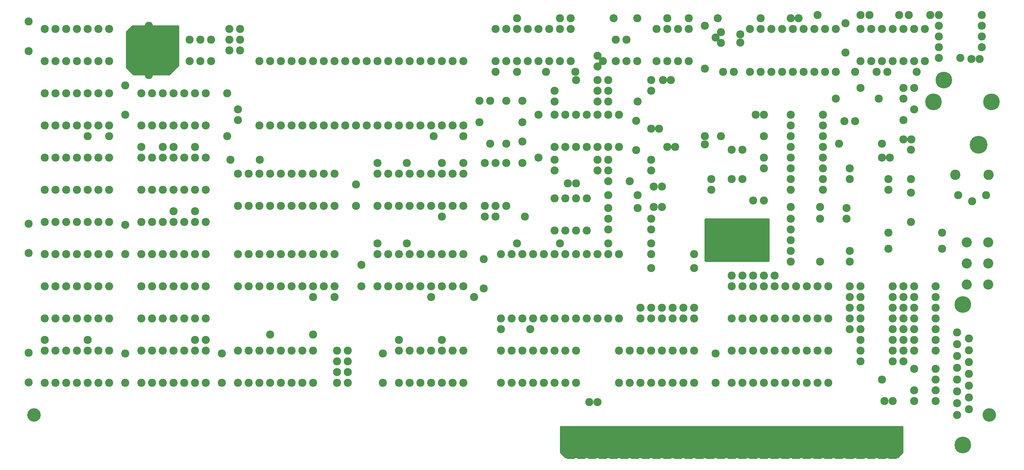
<source format=gbr>
G04 #@! TF.FileFunction,Soldermask,Top*
%FSLAX46Y46*%
G04 Gerber Fmt 4.6, Leading zero omitted, Abs format (unit mm)*
G04 Created by KiCad (PCBNEW 4.0.7) date 01/18/19 16:59:07*
%MOMM*%
%LPD*%
G01*
G04 APERTURE LIST*
%ADD10C,0.100000*%
%ADD11C,1.270000*%
%ADD12C,0.635000*%
%ADD13C,1.924000*%
%ADD14R,1.924000X7.258000*%
%ADD15C,4.845000*%
%ADD16C,4.210000*%
%ADD17C,2.400000*%
%ADD18C,3.956000*%
%ADD19C,3.194000*%
%ADD20C,2.432000*%
%ADD21C,0.254000*%
G04 APERTURE END LIST*
D10*
D11*
X189992000Y-82042000D02*
X203708000Y-82042000D01*
X189992000Y-81026000D02*
X203708000Y-81026000D01*
X189992000Y-80010000D02*
X203708000Y-80010000D01*
X189992000Y-78994000D02*
X203708000Y-78994000D01*
X189992000Y-77978000D02*
X203708000Y-77978000D01*
X189992000Y-76962000D02*
X203708000Y-76962000D01*
X189992000Y-75946000D02*
X203708000Y-75946000D01*
X189992000Y-74930000D02*
X203708000Y-74930000D01*
X189992000Y-73914000D02*
X203708000Y-73914000D01*
D12*
X204216000Y-73152000D02*
X204216000Y-82804000D01*
X189484000Y-73152000D02*
X204216000Y-73152000D01*
X189484000Y-82804000D02*
X189484000Y-73152000D01*
X204216000Y-82804000D02*
X189484000Y-82804000D01*
D11*
X64008000Y-36068000D02*
X64008000Y-27940000D01*
X63246000Y-37338000D02*
X63246000Y-27940000D01*
X62230000Y-38100000D02*
X62230000Y-27940000D01*
X61214000Y-38100000D02*
X61214000Y-27940000D01*
X60198000Y-38100000D02*
X60198000Y-27940000D01*
X59182000Y-38100000D02*
X59182000Y-27940000D01*
X58166000Y-38100000D02*
X58166000Y-27940000D01*
X57150000Y-38100000D02*
X57150000Y-27940000D01*
X56134000Y-38100000D02*
X56134000Y-27940000D01*
X55118000Y-38100000D02*
X55118000Y-27940000D01*
X54102000Y-27940000D02*
X54102000Y-37846000D01*
X53340000Y-37084000D02*
X53340000Y-28702000D01*
D12*
X54102000Y-38608000D02*
X52578000Y-37084000D01*
X62484000Y-38608000D02*
X54102000Y-38608000D01*
X64516000Y-36576000D02*
X62484000Y-38608000D01*
X64516000Y-27432000D02*
X64516000Y-36576000D01*
X64262000Y-27432000D02*
X64516000Y-27432000D01*
X53848000Y-27432000D02*
X64262000Y-27432000D01*
X52578000Y-28702000D02*
X53848000Y-27432000D01*
X52578000Y-28702000D02*
X52578000Y-37084000D01*
D13*
X177165000Y-70104000D03*
X179070000Y-70104000D03*
X203200000Y-48260000D03*
X201295000Y-48260000D03*
X189230000Y-53340000D03*
X189230000Y-55245000D03*
X203200000Y-58420000D03*
X203200000Y-60960000D03*
X190754000Y-63500000D03*
X190754000Y-66040000D03*
X198120000Y-63500000D03*
X198120000Y-56515000D03*
X195580000Y-63500000D03*
X195580000Y-56515000D03*
X203200000Y-68580000D03*
X200660000Y-68580000D03*
X209550000Y-70104000D03*
X216535000Y-70104000D03*
X237998000Y-66675000D03*
X237998000Y-73660000D03*
X237998000Y-63500000D03*
X237998000Y-56515000D03*
X232664000Y-63500000D03*
X232664000Y-66040000D03*
X223520000Y-60960000D03*
X223520000Y-63500000D03*
X231140000Y-58420000D03*
X233045000Y-58420000D03*
X236220000Y-54102000D03*
X238125000Y-54102000D03*
X222250000Y-49784000D03*
X224790000Y-49784000D03*
X209550000Y-83058000D03*
X216535000Y-83058000D03*
X223520000Y-80518000D03*
X223520000Y-83058000D03*
X222758000Y-72898000D03*
X222758000Y-70358000D03*
X209550000Y-72898000D03*
X216535000Y-72898000D03*
X243840000Y-88900000D03*
X238760000Y-88900000D03*
X243840000Y-91440000D03*
X238760000Y-91440000D03*
X243840000Y-93980000D03*
X238760000Y-93980000D03*
X243840000Y-96520000D03*
X238760000Y-96520000D03*
X243840000Y-99060000D03*
X238760000Y-99060000D03*
X243840000Y-101600000D03*
X238760000Y-101600000D03*
X243840000Y-104140000D03*
X238760000Y-104140000D03*
X243840000Y-108458000D03*
X238760000Y-108458000D03*
X243840000Y-113538000D03*
X238760000Y-113538000D03*
X243840000Y-116078000D03*
X238760000Y-116078000D03*
X254254000Y-35052000D03*
X252349000Y-35052000D03*
X244602000Y-34798000D03*
X249682000Y-34798000D03*
X237490000Y-24638000D03*
X242570000Y-24638000D03*
X228219000Y-24638000D03*
X235204000Y-24638000D03*
X232410000Y-38100000D03*
X239395000Y-38100000D03*
X229870000Y-38100000D03*
X224790000Y-38100000D03*
X238760000Y-41910000D03*
X238760000Y-46990000D03*
X236220000Y-49530000D03*
X236220000Y-44450000D03*
X211455000Y-25400000D03*
X209550000Y-25400000D03*
X197612000Y-29210000D03*
X197612000Y-31115000D03*
X193548000Y-38100000D03*
X196088000Y-38100000D03*
X180340000Y-25400000D03*
X185420000Y-25400000D03*
X179324000Y-40005000D03*
X181229000Y-40005000D03*
X176530000Y-51562000D03*
X178435000Y-51562000D03*
X180340000Y-55880000D03*
X182245000Y-55880000D03*
X177165000Y-65278000D03*
X179070000Y-65278000D03*
X166370000Y-70358000D03*
X173355000Y-70358000D03*
X166370000Y-67310000D03*
X173355000Y-67310000D03*
X171450000Y-64008000D03*
X166370000Y-64008000D03*
X166370000Y-45085000D03*
X173355000Y-45085000D03*
X170688000Y-30480000D03*
X170688000Y-35560000D03*
X168148000Y-30480000D03*
X168148000Y-35560000D03*
X151638000Y-38100000D03*
X158623000Y-38100000D03*
X163830000Y-40005000D03*
X158750000Y-40005000D03*
X156845000Y-64516000D03*
X158750000Y-64516000D03*
X139700000Y-72390000D03*
X146685000Y-72390000D03*
X146050000Y-54610000D03*
X146050000Y-59690000D03*
X146050000Y-44958000D03*
X146050000Y-50038000D03*
X139700000Y-38100000D03*
X144780000Y-38100000D03*
X135890000Y-44958000D03*
X135890000Y-50038000D03*
X69850000Y-30480000D03*
X69850000Y-35560000D03*
X72390000Y-35560000D03*
X72390000Y-30480000D03*
X127000000Y-59690000D03*
X132080000Y-59690000D03*
X96520000Y-91440000D03*
X101600000Y-91440000D03*
X63500000Y-55880000D03*
X68580000Y-55880000D03*
X60960000Y-55880000D03*
X55880000Y-55880000D03*
X63500000Y-71120000D03*
X68580000Y-71120000D03*
X43180000Y-53340000D03*
X48260000Y-53340000D03*
X29210000Y-26162000D03*
X29210000Y-33147000D03*
X29210000Y-74041000D03*
X29210000Y-81026000D03*
X29210000Y-104648000D03*
X29210000Y-111633000D03*
X52070000Y-104775000D03*
X52070000Y-111760000D03*
X52070000Y-74295000D03*
X52070000Y-81280000D03*
X52070000Y-41275000D03*
X52070000Y-48260000D03*
X76962000Y-58928000D03*
X83947000Y-58928000D03*
X74930000Y-104775000D03*
X74930000Y-111760000D03*
X113030000Y-104775000D03*
X113030000Y-111760000D03*
X107950000Y-88900000D03*
X107950000Y-83820000D03*
X106680000Y-64770000D03*
X106680000Y-69850000D03*
X132080000Y-53340000D03*
X125095000Y-53340000D03*
X111760000Y-59690000D03*
X118745000Y-59690000D03*
X111760000Y-78740000D03*
X118745000Y-78740000D03*
X136906000Y-82423000D03*
X136906000Y-89408000D03*
X140970000Y-99060000D03*
X147955000Y-99060000D03*
X191770000Y-104775000D03*
X191770000Y-111760000D03*
X172974000Y-56642000D03*
X172974000Y-49657000D03*
X231775000Y-116078000D03*
X233680000Y-116078000D03*
X163830000Y-116332000D03*
X161925000Y-116332000D03*
X222504000Y-33528000D03*
X222504000Y-26543000D03*
X207518000Y-27940000D03*
X207518000Y-38100000D03*
X199898000Y-27940000D03*
X199898000Y-38100000D03*
X78740000Y-49530000D03*
X78740000Y-46990000D03*
X173990000Y-96520000D03*
X173990000Y-93980000D03*
X176530000Y-96520000D03*
X176530000Y-93980000D03*
X179070000Y-96520000D03*
X179070000Y-93980000D03*
X181610000Y-96520000D03*
X186690000Y-96520000D03*
X186690000Y-93980000D03*
X181610000Y-93980000D03*
X184150000Y-96520000D03*
X184150000Y-93980000D03*
X104775000Y-111760000D03*
X102235000Y-111760000D03*
X104775000Y-109220000D03*
X102235000Y-109220000D03*
X104775000Y-106680000D03*
X102235000Y-106680000D03*
X104775000Y-104140000D03*
X102235000Y-104140000D03*
D14*
X233680000Y-126111000D03*
X231140000Y-126111000D03*
X228600000Y-126111000D03*
X226060000Y-126111000D03*
X223520000Y-126111000D03*
X220980000Y-126111000D03*
X218440000Y-126111000D03*
X215900000Y-126111000D03*
X213360000Y-126111000D03*
X210820000Y-126111000D03*
X208280000Y-126111000D03*
X205740000Y-126111000D03*
X203200000Y-126111000D03*
X200660000Y-126111000D03*
X198120000Y-126111000D03*
X195580000Y-126111000D03*
X193040000Y-126111000D03*
X190500000Y-126111000D03*
X187960000Y-126111000D03*
X185420000Y-126111000D03*
X182880000Y-126111000D03*
X180340000Y-126111000D03*
X177800000Y-126111000D03*
X175260000Y-126111000D03*
X172720000Y-126111000D03*
X170180000Y-126111000D03*
X167640000Y-126111000D03*
X165100000Y-126111000D03*
X162560000Y-126111000D03*
X160020000Y-126111000D03*
X157480000Y-126111000D03*
D13*
X71120000Y-101600000D03*
X68580000Y-101600000D03*
X232664000Y-76200000D03*
X245364000Y-76200000D03*
X232664000Y-80010000D03*
X245364000Y-80010000D03*
X231140000Y-110998000D03*
X243840000Y-110998000D03*
X209550000Y-80518000D03*
X209550000Y-77978000D03*
X209550000Y-75438000D03*
D15*
X191770000Y-77978000D03*
D13*
X203200000Y-53340000D03*
X193040000Y-53340000D03*
X220980000Y-55118000D03*
X231140000Y-55118000D03*
X230378000Y-44450000D03*
X220218000Y-44450000D03*
X236220000Y-41910000D03*
X226060000Y-41910000D03*
X244602000Y-24638000D03*
X254762000Y-24638000D03*
X254762000Y-27178000D03*
X244602000Y-27178000D03*
X254762000Y-29718000D03*
X244602000Y-29718000D03*
X254762000Y-32258000D03*
X244602000Y-32258000D03*
X215900000Y-24638000D03*
X226060000Y-24638000D03*
X220218000Y-38100000D03*
X220218000Y-27940000D03*
X217678000Y-38100000D03*
X217678000Y-27940000D03*
X215138000Y-38100000D03*
X215138000Y-27940000D03*
X212598000Y-27940000D03*
X212598000Y-38100000D03*
X210058000Y-38100000D03*
X210058000Y-27940000D03*
X204978000Y-27940000D03*
X204978000Y-38100000D03*
X202438000Y-27940000D03*
X202438000Y-38100000D03*
X192278000Y-25400000D03*
X202438000Y-25400000D03*
X189230000Y-27178000D03*
X189230000Y-37338000D03*
X176530000Y-84582000D03*
X186690000Y-84582000D03*
X176530000Y-78740000D03*
X166370000Y-78740000D03*
X176530000Y-72898000D03*
X166370000Y-72898000D03*
X166370000Y-61468000D03*
X176530000Y-61468000D03*
X176530000Y-58928000D03*
X166370000Y-58928000D03*
X176530000Y-42545000D03*
X166370000Y-42545000D03*
X166370000Y-40005000D03*
X176530000Y-40005000D03*
X173228000Y-25400000D03*
X173228000Y-35560000D03*
X157480000Y-25400000D03*
X167640000Y-25400000D03*
X163830000Y-42545000D03*
X153670000Y-42545000D03*
X163830000Y-45085000D03*
X153670000Y-45085000D03*
X163830000Y-58928000D03*
X153670000Y-58928000D03*
X163830000Y-61468000D03*
X153670000Y-61468000D03*
X142240000Y-69850000D03*
X142240000Y-59690000D03*
X139700000Y-69850000D03*
X139700000Y-59690000D03*
X137160000Y-59690000D03*
X137160000Y-69850000D03*
X149860000Y-58420000D03*
X149860000Y-48260000D03*
X142240000Y-44958000D03*
X142240000Y-55118000D03*
X138430000Y-44958000D03*
X138430000Y-55118000D03*
X144780000Y-25400000D03*
X154940000Y-25400000D03*
X137160000Y-72390000D03*
X127000000Y-72390000D03*
X134620000Y-91440000D03*
X124460000Y-91440000D03*
X116840000Y-101600000D03*
X127000000Y-101600000D03*
X96520000Y-100330000D03*
X86360000Y-100330000D03*
X76200000Y-43180000D03*
X76200000Y-53340000D03*
X33020000Y-101600000D03*
X43180000Y-101600000D03*
X236220000Y-106680000D03*
X236220000Y-104140000D03*
X236220000Y-101600000D03*
X236220000Y-99060000D03*
X236220000Y-96520000D03*
X236220000Y-93980000D03*
X236220000Y-91440000D03*
X236220000Y-88900000D03*
X223520000Y-99060000D03*
X223520000Y-96520000D03*
X223520000Y-93980000D03*
X223520000Y-91440000D03*
X223520000Y-88900000D03*
X195580000Y-86360000D03*
X198120000Y-86360000D03*
X200660000Y-86360000D03*
X203200000Y-86360000D03*
X205740000Y-86360000D03*
X79248000Y-33020000D03*
X79248000Y-30480000D03*
X79248000Y-27940000D03*
X163830000Y-34290000D03*
X165100000Y-35560000D03*
X163830000Y-36830000D03*
X193040000Y-31242000D03*
X191770000Y-29972000D03*
X193040000Y-28702000D03*
X76708000Y-33020000D03*
X76708000Y-30480000D03*
X76708000Y-27940000D03*
X233680000Y-106680000D03*
X233680000Y-104140000D03*
X233680000Y-101600000D03*
X233680000Y-99060000D03*
X233680000Y-96520000D03*
X233680000Y-93980000D03*
X233680000Y-91440000D03*
X226060000Y-91440000D03*
X226060000Y-93980000D03*
X226060000Y-96520000D03*
X226060000Y-99060000D03*
X226060000Y-101600000D03*
X226060000Y-104140000D03*
X226060000Y-106680000D03*
X233680000Y-88900000D03*
X226060000Y-88900000D03*
X195580000Y-111760000D03*
X198120000Y-111760000D03*
X200660000Y-111760000D03*
X203200000Y-111760000D03*
X205740000Y-111760000D03*
X208280000Y-111760000D03*
X210820000Y-111760000D03*
X200660000Y-104140000D03*
X218440000Y-104140000D03*
X215900000Y-104140000D03*
X213360000Y-104140000D03*
X210820000Y-104140000D03*
X208280000Y-104140000D03*
X205740000Y-104140000D03*
X213360000Y-111760000D03*
X203200000Y-104140000D03*
X215900000Y-111760000D03*
X218440000Y-111760000D03*
X198120000Y-104140000D03*
X195580000Y-104140000D03*
X195580000Y-96520000D03*
X198120000Y-96520000D03*
X200660000Y-96520000D03*
X203200000Y-96520000D03*
X205740000Y-96520000D03*
X208280000Y-96520000D03*
X210820000Y-96520000D03*
X200660000Y-88900000D03*
X218440000Y-88900000D03*
X215900000Y-88900000D03*
X213360000Y-88900000D03*
X210820000Y-88900000D03*
X208280000Y-88900000D03*
X205740000Y-88900000D03*
X213360000Y-96520000D03*
X203200000Y-88900000D03*
X215900000Y-96520000D03*
X218440000Y-96520000D03*
X198120000Y-88900000D03*
X195580000Y-88900000D03*
X217170000Y-66040000D03*
X217170000Y-63500000D03*
X217170000Y-60960000D03*
X217170000Y-58420000D03*
X217170000Y-55880000D03*
X217170000Y-53340000D03*
X217170000Y-50800000D03*
X209550000Y-50800000D03*
X209550000Y-53340000D03*
X209550000Y-55880000D03*
X209550000Y-58420000D03*
X209550000Y-60960000D03*
X209550000Y-63500000D03*
X209550000Y-66040000D03*
X217170000Y-48260000D03*
X209550000Y-48260000D03*
X226060000Y-35560000D03*
X228600000Y-35560000D03*
X231140000Y-35560000D03*
X233680000Y-35560000D03*
X236220000Y-35560000D03*
X238760000Y-35560000D03*
X241300000Y-35560000D03*
X241300000Y-27940000D03*
X238760000Y-27940000D03*
X236220000Y-27940000D03*
X233680000Y-27940000D03*
X231140000Y-27940000D03*
X228600000Y-27940000D03*
X226060000Y-27940000D03*
X177800000Y-35560000D03*
X180340000Y-35560000D03*
X182880000Y-35560000D03*
X185420000Y-35560000D03*
X185420000Y-27940000D03*
X182880000Y-27940000D03*
X180340000Y-27940000D03*
X177800000Y-27940000D03*
X168910000Y-111760000D03*
X171450000Y-111760000D03*
X173990000Y-111760000D03*
X176530000Y-111760000D03*
X179070000Y-111760000D03*
X181610000Y-111760000D03*
X184150000Y-111760000D03*
X184150000Y-104140000D03*
X181610000Y-104140000D03*
X179070000Y-104140000D03*
X176530000Y-104140000D03*
X173990000Y-104140000D03*
X171450000Y-104140000D03*
X168910000Y-104140000D03*
X186690000Y-111760000D03*
X186690000Y-104140000D03*
X140970000Y-111760000D03*
X143510000Y-111760000D03*
X146050000Y-111760000D03*
X148590000Y-111760000D03*
X151130000Y-111760000D03*
X153670000Y-111760000D03*
X156210000Y-111760000D03*
X156210000Y-104140000D03*
X153670000Y-104140000D03*
X151130000Y-104140000D03*
X148590000Y-104140000D03*
X146050000Y-104140000D03*
X143510000Y-104140000D03*
X140970000Y-104140000D03*
X158750000Y-111760000D03*
X158750000Y-104140000D03*
X153670000Y-75692000D03*
X156210000Y-75692000D03*
X158750000Y-75692000D03*
X161290000Y-75692000D03*
X161290000Y-68072000D03*
X158750000Y-68072000D03*
X156210000Y-68072000D03*
X153670000Y-68072000D03*
X153670000Y-55880000D03*
X156210000Y-55880000D03*
X158750000Y-55880000D03*
X161290000Y-55880000D03*
X163830000Y-55880000D03*
X166370000Y-55880000D03*
X168910000Y-55880000D03*
X168910000Y-48260000D03*
X166370000Y-48260000D03*
X163830000Y-48260000D03*
X161290000Y-48260000D03*
X158750000Y-48260000D03*
X156210000Y-48260000D03*
X153670000Y-48260000D03*
X139700000Y-35560000D03*
X142240000Y-35560000D03*
X144780000Y-35560000D03*
X147320000Y-35560000D03*
X149860000Y-35560000D03*
X152400000Y-35560000D03*
X154940000Y-35560000D03*
X154940000Y-27940000D03*
X152400000Y-27940000D03*
X149860000Y-27940000D03*
X147320000Y-27940000D03*
X144780000Y-27940000D03*
X142240000Y-27940000D03*
X139700000Y-27940000D03*
X157480000Y-35560000D03*
X157480000Y-27940000D03*
X132080000Y-35560000D03*
X129540000Y-35560000D03*
X127000000Y-35560000D03*
X124460000Y-35560000D03*
X121920000Y-35560000D03*
X119380000Y-35560000D03*
X116840000Y-35560000D03*
X88900000Y-35560000D03*
X106680000Y-35560000D03*
X104140000Y-35560000D03*
X101600000Y-35560000D03*
X99060000Y-35560000D03*
X96520000Y-35560000D03*
X93980000Y-35560000D03*
X114300000Y-35560000D03*
X91440000Y-35560000D03*
X111760000Y-35560000D03*
X109220000Y-35560000D03*
X86360000Y-35560000D03*
X83820000Y-35560000D03*
X83820000Y-50800000D03*
X86360000Y-50800000D03*
X88900000Y-50800000D03*
X91440000Y-50800000D03*
X93980000Y-50800000D03*
X96520000Y-50800000D03*
X99060000Y-50800000D03*
X101600000Y-50800000D03*
X104140000Y-50800000D03*
X106680000Y-50800000D03*
X109220000Y-50800000D03*
X111760000Y-50800000D03*
X114300000Y-50800000D03*
X116840000Y-50800000D03*
X119380000Y-50800000D03*
X121920000Y-50800000D03*
X124460000Y-50800000D03*
X127000000Y-50800000D03*
X129540000Y-50800000D03*
X132080000Y-50800000D03*
X111760000Y-69850000D03*
X114300000Y-69850000D03*
X116840000Y-69850000D03*
X119380000Y-69850000D03*
X121920000Y-69850000D03*
X124460000Y-69850000D03*
X127000000Y-69850000D03*
X111760000Y-62230000D03*
X129540000Y-62230000D03*
X127000000Y-62230000D03*
X124460000Y-62230000D03*
X121920000Y-62230000D03*
X119380000Y-62230000D03*
X116840000Y-62230000D03*
X129540000Y-69850000D03*
X114300000Y-62230000D03*
X132080000Y-69850000D03*
X132080000Y-62230000D03*
X111760000Y-88900000D03*
X114300000Y-88900000D03*
X116840000Y-88900000D03*
X119380000Y-88900000D03*
X121920000Y-88900000D03*
X124460000Y-88900000D03*
X127000000Y-88900000D03*
X111760000Y-81280000D03*
X129540000Y-81280000D03*
X127000000Y-81280000D03*
X124460000Y-81280000D03*
X121920000Y-81280000D03*
X119380000Y-81280000D03*
X116840000Y-81280000D03*
X129540000Y-88900000D03*
X114300000Y-81280000D03*
X132080000Y-88900000D03*
X132080000Y-81280000D03*
X116840000Y-111760000D03*
X119380000Y-111760000D03*
X121920000Y-111760000D03*
X124460000Y-111760000D03*
X127000000Y-111760000D03*
X129540000Y-111760000D03*
X132080000Y-111760000D03*
X132080000Y-104140000D03*
X129540000Y-104140000D03*
X127000000Y-104140000D03*
X124460000Y-104140000D03*
X121920000Y-104140000D03*
X119380000Y-104140000D03*
X116840000Y-104140000D03*
X78740000Y-111760000D03*
X81280000Y-111760000D03*
X83820000Y-111760000D03*
X86360000Y-111760000D03*
X88900000Y-111760000D03*
X91440000Y-111760000D03*
X93980000Y-111760000D03*
X93980000Y-104140000D03*
X91440000Y-104140000D03*
X88900000Y-104140000D03*
X86360000Y-104140000D03*
X83820000Y-104140000D03*
X81280000Y-104140000D03*
X78740000Y-104140000D03*
X96520000Y-111760000D03*
X96520000Y-104140000D03*
X78740000Y-88900000D03*
X81280000Y-88900000D03*
X83820000Y-88900000D03*
X86360000Y-88900000D03*
X88900000Y-88900000D03*
X91440000Y-88900000D03*
X93980000Y-88900000D03*
X83820000Y-81280000D03*
X101600000Y-81280000D03*
X99060000Y-81280000D03*
X96520000Y-81280000D03*
X93980000Y-81280000D03*
X91440000Y-81280000D03*
X88900000Y-81280000D03*
X96520000Y-88900000D03*
X86360000Y-81280000D03*
X99060000Y-88900000D03*
X101600000Y-88900000D03*
X81280000Y-81280000D03*
X78740000Y-81280000D03*
X78740000Y-69850000D03*
X81280000Y-69850000D03*
X83820000Y-69850000D03*
X86360000Y-69850000D03*
X88900000Y-69850000D03*
X91440000Y-69850000D03*
X93980000Y-69850000D03*
X83820000Y-62230000D03*
X101600000Y-62230000D03*
X99060000Y-62230000D03*
X96520000Y-62230000D03*
X93980000Y-62230000D03*
X91440000Y-62230000D03*
X88900000Y-62230000D03*
X96520000Y-69850000D03*
X86360000Y-62230000D03*
X99060000Y-69850000D03*
X101600000Y-69850000D03*
X81280000Y-62230000D03*
X78740000Y-62230000D03*
X55880000Y-50800000D03*
X58420000Y-50800000D03*
X60960000Y-50800000D03*
X63500000Y-50800000D03*
X66040000Y-50800000D03*
X68580000Y-50800000D03*
X71120000Y-50800000D03*
X71120000Y-43180000D03*
X68580000Y-43180000D03*
X66040000Y-43180000D03*
X63500000Y-43180000D03*
X60960000Y-43180000D03*
X58420000Y-43180000D03*
X55880000Y-43180000D03*
X55880000Y-66040000D03*
X58420000Y-66040000D03*
X60960000Y-66040000D03*
X63500000Y-66040000D03*
X66040000Y-66040000D03*
X68580000Y-66040000D03*
X71120000Y-66040000D03*
X71120000Y-58420000D03*
X68580000Y-58420000D03*
X66040000Y-58420000D03*
X63500000Y-58420000D03*
X60960000Y-58420000D03*
X58420000Y-58420000D03*
X55880000Y-58420000D03*
X55880000Y-81280000D03*
X58420000Y-81280000D03*
X60960000Y-81280000D03*
X63500000Y-81280000D03*
X66040000Y-81280000D03*
X68580000Y-81280000D03*
X71120000Y-81280000D03*
X71120000Y-73660000D03*
X68580000Y-73660000D03*
X66040000Y-73660000D03*
X63500000Y-73660000D03*
X60960000Y-73660000D03*
X58420000Y-73660000D03*
X55880000Y-73660000D03*
X55880000Y-96520000D03*
X58420000Y-96520000D03*
X60960000Y-96520000D03*
X63500000Y-96520000D03*
X66040000Y-96520000D03*
X68580000Y-96520000D03*
X71120000Y-96520000D03*
X71120000Y-88900000D03*
X68580000Y-88900000D03*
X66040000Y-88900000D03*
X63500000Y-88900000D03*
X60960000Y-88900000D03*
X58420000Y-88900000D03*
X55880000Y-88900000D03*
X55880000Y-111760000D03*
X58420000Y-111760000D03*
X60960000Y-111760000D03*
X63500000Y-111760000D03*
X66040000Y-111760000D03*
X68580000Y-111760000D03*
X71120000Y-111760000D03*
X71120000Y-104140000D03*
X68580000Y-104140000D03*
X66040000Y-104140000D03*
X63500000Y-104140000D03*
X60960000Y-104140000D03*
X58420000Y-104140000D03*
X55880000Y-104140000D03*
X33020000Y-111760000D03*
X35560000Y-111760000D03*
X38100000Y-111760000D03*
X40640000Y-111760000D03*
X43180000Y-111760000D03*
X45720000Y-111760000D03*
X48260000Y-111760000D03*
X48260000Y-104140000D03*
X45720000Y-104140000D03*
X43180000Y-104140000D03*
X40640000Y-104140000D03*
X38100000Y-104140000D03*
X35560000Y-104140000D03*
X33020000Y-104140000D03*
X33020000Y-96520000D03*
X35560000Y-96520000D03*
X38100000Y-96520000D03*
X40640000Y-96520000D03*
X43180000Y-96520000D03*
X45720000Y-96520000D03*
X48260000Y-96520000D03*
X48260000Y-88900000D03*
X45720000Y-88900000D03*
X43180000Y-88900000D03*
X40640000Y-88900000D03*
X38100000Y-88900000D03*
X35560000Y-88900000D03*
X33020000Y-88900000D03*
X33020000Y-81280000D03*
X35560000Y-81280000D03*
X38100000Y-81280000D03*
X40640000Y-81280000D03*
X43180000Y-81280000D03*
X45720000Y-81280000D03*
X48260000Y-81280000D03*
X48260000Y-73660000D03*
X45720000Y-73660000D03*
X43180000Y-73660000D03*
X40640000Y-73660000D03*
X38100000Y-73660000D03*
X35560000Y-73660000D03*
X33020000Y-73660000D03*
X33020000Y-66040000D03*
X35560000Y-66040000D03*
X38100000Y-66040000D03*
X40640000Y-66040000D03*
X43180000Y-66040000D03*
X45720000Y-66040000D03*
X48260000Y-66040000D03*
X48260000Y-58420000D03*
X45720000Y-58420000D03*
X43180000Y-58420000D03*
X40640000Y-58420000D03*
X38100000Y-58420000D03*
X35560000Y-58420000D03*
X33020000Y-58420000D03*
X33020000Y-50800000D03*
X35560000Y-50800000D03*
X38100000Y-50800000D03*
X40640000Y-50800000D03*
X43180000Y-50800000D03*
X45720000Y-50800000D03*
X48260000Y-50800000D03*
X48260000Y-43180000D03*
X45720000Y-43180000D03*
X43180000Y-43180000D03*
X40640000Y-43180000D03*
X38100000Y-43180000D03*
X35560000Y-43180000D03*
X33020000Y-43180000D03*
X33020000Y-35560000D03*
X35560000Y-35560000D03*
X38100000Y-35560000D03*
X40640000Y-35560000D03*
X43180000Y-35560000D03*
X45720000Y-35560000D03*
X48260000Y-35560000D03*
X48260000Y-27940000D03*
X45720000Y-27940000D03*
X43180000Y-27940000D03*
X40640000Y-27940000D03*
X38100000Y-27940000D03*
X35560000Y-27940000D03*
X33020000Y-27940000D03*
X57658000Y-38862000D03*
X67310000Y-35560000D03*
X67310000Y-30480000D03*
X57658000Y-27178000D03*
X166370000Y-75438000D03*
X176530000Y-75438000D03*
X186690000Y-81280000D03*
X176530000Y-81280000D03*
X154940000Y-78740000D03*
X144780000Y-78740000D03*
X140970000Y-96520000D03*
X143510000Y-96520000D03*
X146050000Y-96520000D03*
X148590000Y-96520000D03*
X151130000Y-96520000D03*
X153670000Y-96520000D03*
X156210000Y-96520000D03*
X156210000Y-81280000D03*
X166370000Y-96520000D03*
X168910000Y-96520000D03*
X168910000Y-81280000D03*
X166370000Y-81280000D03*
X163830000Y-81280000D03*
X161290000Y-81280000D03*
X158750000Y-96520000D03*
X158750000Y-81280000D03*
X161290000Y-96520000D03*
X163830000Y-96520000D03*
X153670000Y-81280000D03*
X151130000Y-81280000D03*
X148590000Y-81280000D03*
X146050000Y-81280000D03*
X143510000Y-81280000D03*
X140970000Y-81280000D03*
D16*
X254000000Y-55372000D03*
D17*
X256286000Y-83486000D03*
X251286000Y-78486000D03*
X251286000Y-88486000D03*
X256286000Y-88486000D03*
X256286000Y-78486000D03*
X251286000Y-83486000D03*
D18*
X257048000Y-45212000D03*
X245846600Y-40005000D03*
X243357400Y-45212000D03*
D19*
X256540000Y-119380000D03*
X30480000Y-119380000D03*
D13*
X248920000Y-116586000D03*
X248920000Y-119380000D03*
X248920000Y-113792000D03*
X248920000Y-110998000D03*
X248920000Y-108204000D03*
X248920000Y-105410000D03*
X248920000Y-102616000D03*
X248920000Y-99822000D03*
X251790200Y-117983000D03*
X251790200Y-115189000D03*
X251790200Y-112395000D03*
X251790200Y-109601000D03*
X251790200Y-106807000D03*
X251790200Y-104013000D03*
X251790200Y-101219000D03*
D18*
X250355100Y-126441200D03*
X250355100Y-93167200D03*
D13*
X249174000Y-67310000D03*
X255778000Y-67310000D03*
X252476000Y-68707000D03*
D20*
X248539000Y-62484000D03*
X256413000Y-62484000D03*
D21*
G36*
X236093000Y-128217394D02*
X234897394Y-129413000D01*
X156262606Y-129413000D01*
X155067000Y-128217394D01*
X155067000Y-122047000D01*
X236093000Y-122047000D01*
X236093000Y-128217394D01*
X236093000Y-128217394D01*
G37*
X236093000Y-128217394D02*
X234897394Y-129413000D01*
X156262606Y-129413000D01*
X155067000Y-128217394D01*
X155067000Y-122047000D01*
X236093000Y-122047000D01*
X236093000Y-128217394D01*
M02*

</source>
